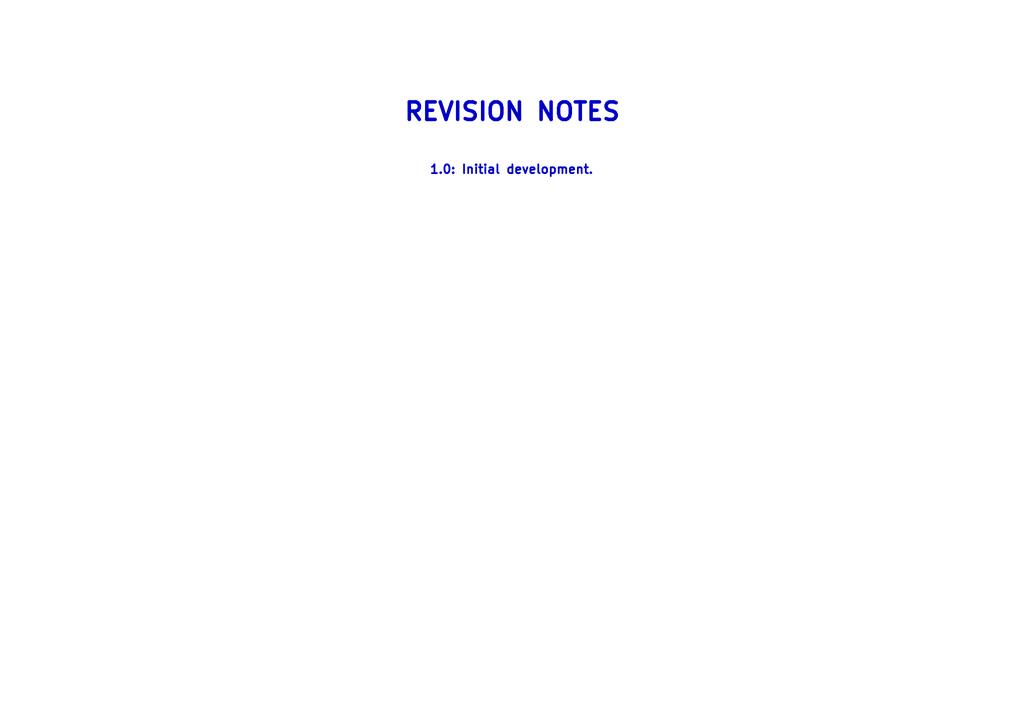
<source format=kicad_sch>
(kicad_sch (version 20230121) (generator eeschema)
  (paper "A4")
  (title_block (title "Test Stand Power Monitor") (date "2023-06-05") (rev "1.0") (comment 1 "Ed Katynski") (comment 2 "(PENDING REVIEW)"))
  (lib_symbols)
  (text "REVISION NOTES" (at 116.84 35.56 0) (effects (font (size 5.08 5.08) (thickness 1.016) bold) (justify left bottom)))
  (text "1.0: Initial development." (at 124.46 50.8 0) (effects (font (size 2.54 2.54) bold) (justify left bottom)))
)
</source>
